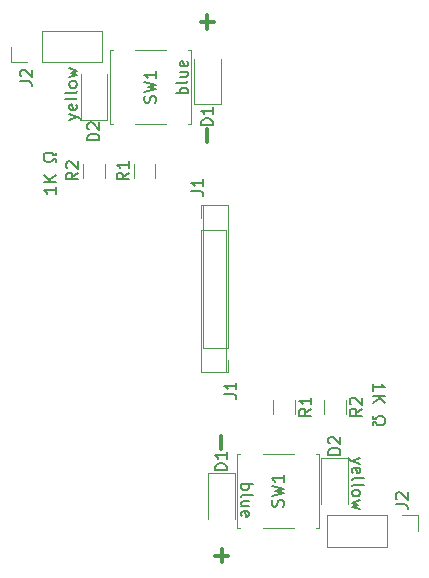
<source format=gbr>
G04 #@! TF.GenerationSoftware,KiCad,Pcbnew,(5.0.1)-4*
G04 #@! TF.CreationDate,2019-02-22T14:42:06+08:00*
G04 #@! TF.ProjectId,Xiaomi2Ali-Smart-Plug-WIFI-Module-Rev.B,5869616F6D6932416C692D536D617274,rev?*
G04 #@! TF.SameCoordinates,Original*
G04 #@! TF.FileFunction,Legend,Top*
G04 #@! TF.FilePolarity,Positive*
%FSLAX46Y46*%
G04 Gerber Fmt 4.6, Leading zero omitted, Abs format (unit mm)*
G04 Created by KiCad (PCBNEW (5.0.1)-4) date 2019/2/22 14:42:06*
%MOMM*%
%LPD*%
G01*
G04 APERTURE LIST*
%ADD10C,0.150000*%
%ADD11C,0.300000*%
%ADD12C,0.120000*%
G04 APERTURE END LIST*
D10*
X157347619Y-102133333D02*
X157347619Y-101561904D01*
X157347619Y-101847619D02*
X158347619Y-101847619D01*
X158204761Y-101752380D01*
X158109523Y-101657142D01*
X158061904Y-101561904D01*
X157347619Y-102561904D02*
X158347619Y-102561904D01*
X157347619Y-103133333D02*
X157919047Y-102704761D01*
X158347619Y-103133333D02*
X157776190Y-102561904D01*
X157347619Y-104276190D02*
X157347619Y-104514285D01*
X157538095Y-104514285D01*
X157585714Y-104419047D01*
X157680952Y-104323809D01*
X157823809Y-104276190D01*
X158061904Y-104276190D01*
X158204761Y-104323809D01*
X158300000Y-104419047D01*
X158347619Y-104561904D01*
X158347619Y-104752380D01*
X158300000Y-104895238D01*
X158204761Y-104990476D01*
X158061904Y-105038095D01*
X157823809Y-105038095D01*
X157680952Y-104990476D01*
X157585714Y-104895238D01*
X157538095Y-104800000D01*
X157347619Y-104800000D01*
X157347619Y-105038095D01*
X146147619Y-110042857D02*
X147147619Y-110042857D01*
X146766666Y-110042857D02*
X146814285Y-110138095D01*
X146814285Y-110328571D01*
X146766666Y-110423809D01*
X146719047Y-110471428D01*
X146623809Y-110519047D01*
X146338095Y-110519047D01*
X146242857Y-110471428D01*
X146195238Y-110423809D01*
X146147619Y-110328571D01*
X146147619Y-110138095D01*
X146195238Y-110042857D01*
X146147619Y-111090476D02*
X146195238Y-110995238D01*
X146290476Y-110947619D01*
X147147619Y-110947619D01*
X146814285Y-111900000D02*
X146147619Y-111900000D01*
X146814285Y-111471428D02*
X146290476Y-111471428D01*
X146195238Y-111519047D01*
X146147619Y-111614285D01*
X146147619Y-111757142D01*
X146195238Y-111852380D01*
X146242857Y-111900000D01*
X146195238Y-112757142D02*
X146147619Y-112661904D01*
X146147619Y-112471428D01*
X146195238Y-112376190D01*
X146290476Y-112328571D01*
X146671428Y-112328571D01*
X146766666Y-112376190D01*
X146814285Y-112471428D01*
X146814285Y-112661904D01*
X146766666Y-112757142D01*
X146671428Y-112804761D01*
X146576190Y-112804761D01*
X146480952Y-112328571D01*
D11*
X144492857Y-105928571D02*
X144492857Y-107071428D01*
D10*
X156214285Y-107833333D02*
X155547619Y-108071428D01*
X156214285Y-108309523D02*
X155547619Y-108071428D01*
X155309523Y-107976190D01*
X155261904Y-107928571D01*
X155214285Y-107833333D01*
X155595238Y-109071428D02*
X155547619Y-108976190D01*
X155547619Y-108785714D01*
X155595238Y-108690476D01*
X155690476Y-108642857D01*
X156071428Y-108642857D01*
X156166666Y-108690476D01*
X156214285Y-108785714D01*
X156214285Y-108976190D01*
X156166666Y-109071428D01*
X156071428Y-109119047D01*
X155976190Y-109119047D01*
X155880952Y-108642857D01*
X155547619Y-109690476D02*
X155595238Y-109595238D01*
X155690476Y-109547619D01*
X156547619Y-109547619D01*
X155547619Y-110214285D02*
X155595238Y-110119047D01*
X155690476Y-110071428D01*
X156547619Y-110071428D01*
X155547619Y-110738095D02*
X155595238Y-110642857D01*
X155642857Y-110595238D01*
X155738095Y-110547619D01*
X156023809Y-110547619D01*
X156119047Y-110595238D01*
X156166666Y-110642857D01*
X156214285Y-110738095D01*
X156214285Y-110880952D01*
X156166666Y-110976190D01*
X156119047Y-111023809D01*
X156023809Y-111071428D01*
X155738095Y-111071428D01*
X155642857Y-111023809D01*
X155595238Y-110976190D01*
X155547619Y-110880952D01*
X155547619Y-110738095D01*
X156214285Y-111404761D02*
X155547619Y-111595238D01*
X156023809Y-111785714D01*
X155547619Y-111976190D01*
X156214285Y-112166666D01*
D11*
X145071428Y-116092857D02*
X143928571Y-116092857D01*
X144500000Y-115521428D02*
X144500000Y-116664285D01*
D10*
X131585714Y-79166666D02*
X132252380Y-78928571D01*
X131585714Y-78690476D02*
X132252380Y-78928571D01*
X132490476Y-79023809D01*
X132538095Y-79071428D01*
X132585714Y-79166666D01*
X132204761Y-77928571D02*
X132252380Y-78023809D01*
X132252380Y-78214285D01*
X132204761Y-78309523D01*
X132109523Y-78357142D01*
X131728571Y-78357142D01*
X131633333Y-78309523D01*
X131585714Y-78214285D01*
X131585714Y-78023809D01*
X131633333Y-77928571D01*
X131728571Y-77880952D01*
X131823809Y-77880952D01*
X131919047Y-78357142D01*
X132252380Y-77309523D02*
X132204761Y-77404761D01*
X132109523Y-77452380D01*
X131252380Y-77452380D01*
X132252380Y-76785714D02*
X132204761Y-76880952D01*
X132109523Y-76928571D01*
X131252380Y-76928571D01*
X132252380Y-76261904D02*
X132204761Y-76357142D01*
X132157142Y-76404761D01*
X132061904Y-76452380D01*
X131776190Y-76452380D01*
X131680952Y-76404761D01*
X131633333Y-76357142D01*
X131585714Y-76261904D01*
X131585714Y-76119047D01*
X131633333Y-76023809D01*
X131680952Y-75976190D01*
X131776190Y-75928571D01*
X132061904Y-75928571D01*
X132157142Y-75976190D01*
X132204761Y-76023809D01*
X132252380Y-76119047D01*
X132252380Y-76261904D01*
X131585714Y-75595238D02*
X132252380Y-75404761D01*
X131776190Y-75214285D01*
X132252380Y-75023809D01*
X131585714Y-74833333D01*
X141652380Y-76957142D02*
X140652380Y-76957142D01*
X141033333Y-76957142D02*
X140985714Y-76861904D01*
X140985714Y-76671428D01*
X141033333Y-76576190D01*
X141080952Y-76528571D01*
X141176190Y-76480952D01*
X141461904Y-76480952D01*
X141557142Y-76528571D01*
X141604761Y-76576190D01*
X141652380Y-76671428D01*
X141652380Y-76861904D01*
X141604761Y-76957142D01*
X141652380Y-75909523D02*
X141604761Y-76004761D01*
X141509523Y-76052380D01*
X140652380Y-76052380D01*
X140985714Y-75100000D02*
X141652380Y-75100000D01*
X140985714Y-75528571D02*
X141509523Y-75528571D01*
X141604761Y-75480952D01*
X141652380Y-75385714D01*
X141652380Y-75242857D01*
X141604761Y-75147619D01*
X141557142Y-75100000D01*
X141604761Y-74242857D02*
X141652380Y-74338095D01*
X141652380Y-74528571D01*
X141604761Y-74623809D01*
X141509523Y-74671428D01*
X141128571Y-74671428D01*
X141033333Y-74623809D01*
X140985714Y-74528571D01*
X140985714Y-74338095D01*
X141033333Y-74242857D01*
X141128571Y-74195238D01*
X141223809Y-74195238D01*
X141319047Y-74671428D01*
X130452380Y-84866666D02*
X130452380Y-85438095D01*
X130452380Y-85152380D02*
X129452380Y-85152380D01*
X129595238Y-85247619D01*
X129690476Y-85342857D01*
X129738095Y-85438095D01*
X130452380Y-84438095D02*
X129452380Y-84438095D01*
X130452380Y-83866666D02*
X129880952Y-84295238D01*
X129452380Y-83866666D02*
X130023809Y-84438095D01*
X130452380Y-82723809D02*
X130452380Y-82485714D01*
X130261904Y-82485714D01*
X130214285Y-82580952D01*
X130119047Y-82676190D01*
X129976190Y-82723809D01*
X129738095Y-82723809D01*
X129595238Y-82676190D01*
X129500000Y-82580952D01*
X129452380Y-82438095D01*
X129452380Y-82247619D01*
X129500000Y-82104761D01*
X129595238Y-82009523D01*
X129738095Y-81961904D01*
X129976190Y-81961904D01*
X130119047Y-82009523D01*
X130214285Y-82104761D01*
X130261904Y-82200000D01*
X130452380Y-82200000D01*
X130452380Y-81961904D01*
D11*
X142728571Y-70907142D02*
X143871428Y-70907142D01*
X143300000Y-71478571D02*
X143300000Y-70335714D01*
X143307142Y-81071428D02*
X143307142Y-79928571D01*
D12*
G04 #@! TO.C,J1*
X145060000Y-100560000D02*
X144000000Y-100560000D01*
X145060000Y-99500000D02*
X145060000Y-100560000D01*
X145060000Y-98500000D02*
X142940000Y-98500000D01*
X142940000Y-98500000D02*
X142940000Y-86440000D01*
X145060000Y-98500000D02*
X145060000Y-86440000D01*
X145060000Y-86440000D02*
X142940000Y-86440000D01*
G04 #@! TO.C,R2*
X155010000Y-102897936D02*
X155010000Y-104102064D01*
X153190000Y-102897936D02*
X153190000Y-104102064D01*
G04 #@! TO.C,SW1*
X150600000Y-113750000D02*
X148000000Y-113750000D01*
X145850000Y-107450000D02*
X146100000Y-107450000D01*
X145850000Y-113750000D02*
X145850000Y-107450000D01*
X146100000Y-113750000D02*
X145850000Y-113750000D01*
X148000000Y-107450000D02*
X150600000Y-107450000D01*
X152750000Y-113750000D02*
X152500000Y-113750000D01*
X152750000Y-107450000D02*
X152750000Y-113750000D01*
X152500000Y-107450000D02*
X152750000Y-107450000D01*
G04 #@! TO.C,R1*
X148890000Y-102897936D02*
X148890000Y-104102064D01*
X150710000Y-102897936D02*
X150710000Y-104102064D01*
G04 #@! TO.C,J2*
X161130000Y-112670000D02*
X161130000Y-114000000D01*
X159800000Y-112670000D02*
X161130000Y-112670000D01*
X158530000Y-112670000D02*
X158530000Y-115330000D01*
X158530000Y-115330000D02*
X153390000Y-115330000D01*
X158530000Y-112670000D02*
X153390000Y-112670000D01*
X153390000Y-112670000D02*
X153390000Y-115330000D01*
G04 #@! TO.C,D2*
X155235000Y-111700000D02*
X155235000Y-107815000D01*
X155235000Y-107815000D02*
X152965000Y-107815000D01*
X152965000Y-107815000D02*
X152965000Y-111700000D01*
G04 #@! TO.C,D1*
X143365000Y-109115000D02*
X143365000Y-113000000D01*
X145635000Y-109115000D02*
X143365000Y-109115000D01*
X145635000Y-113000000D02*
X145635000Y-109115000D01*
G04 #@! TO.C,SW1*
X135300000Y-79550000D02*
X135050000Y-79550000D01*
X135050000Y-79550000D02*
X135050000Y-73250000D01*
X135050000Y-73250000D02*
X135300000Y-73250000D01*
X139800000Y-79550000D02*
X137200000Y-79550000D01*
X141700000Y-73250000D02*
X141950000Y-73250000D01*
X141950000Y-73250000D02*
X141950000Y-79550000D01*
X141950000Y-79550000D02*
X141700000Y-79550000D01*
X137200000Y-73250000D02*
X139800000Y-73250000D01*
G04 #@! TO.C,D1*
X142165000Y-74000000D02*
X142165000Y-77885000D01*
X142165000Y-77885000D02*
X144435000Y-77885000D01*
X144435000Y-77885000D02*
X144435000Y-74000000D01*
G04 #@! TO.C,D2*
X134835000Y-79185000D02*
X134835000Y-75300000D01*
X132565000Y-79185000D02*
X134835000Y-79185000D01*
X132565000Y-75300000D02*
X132565000Y-79185000D01*
G04 #@! TO.C,J2*
X134410000Y-74330000D02*
X134410000Y-71670000D01*
X129270000Y-74330000D02*
X134410000Y-74330000D01*
X129270000Y-71670000D02*
X134410000Y-71670000D01*
X129270000Y-74330000D02*
X129270000Y-71670000D01*
X128000000Y-74330000D02*
X126670000Y-74330000D01*
X126670000Y-74330000D02*
X126670000Y-73000000D01*
G04 #@! TO.C,R1*
X137090000Y-84102064D02*
X137090000Y-82897936D01*
X138910000Y-84102064D02*
X138910000Y-82897936D01*
G04 #@! TO.C,R2*
X134610000Y-84102064D02*
X134610000Y-82897936D01*
X132790000Y-84102064D02*
X132790000Y-82897936D01*
G04 #@! TO.C,J1*
X142740000Y-100560000D02*
X144860000Y-100560000D01*
X142740000Y-88500000D02*
X142740000Y-100560000D01*
X144860000Y-88500000D02*
X144860000Y-100560000D01*
X142740000Y-88500000D02*
X144860000Y-88500000D01*
X142740000Y-87500000D02*
X142740000Y-86440000D01*
X142740000Y-86440000D02*
X143800000Y-86440000D01*
D10*
X144752380Y-102433333D02*
X145466666Y-102433333D01*
X145609523Y-102480952D01*
X145704761Y-102576190D01*
X145752380Y-102719047D01*
X145752380Y-102814285D01*
X145752380Y-101433333D02*
X145752380Y-102004761D01*
X145752380Y-101719047D02*
X144752380Y-101719047D01*
X144895238Y-101814285D01*
X144990476Y-101909523D01*
X145038095Y-102004761D01*
G04 #@! TO.C,R2*
X156372380Y-103666666D02*
X155896190Y-104000000D01*
X156372380Y-104238095D02*
X155372380Y-104238095D01*
X155372380Y-103857142D01*
X155420000Y-103761904D01*
X155467619Y-103714285D01*
X155562857Y-103666666D01*
X155705714Y-103666666D01*
X155800952Y-103714285D01*
X155848571Y-103761904D01*
X155896190Y-103857142D01*
X155896190Y-104238095D01*
X155467619Y-103285714D02*
X155420000Y-103238095D01*
X155372380Y-103142857D01*
X155372380Y-102904761D01*
X155420000Y-102809523D01*
X155467619Y-102761904D01*
X155562857Y-102714285D01*
X155658095Y-102714285D01*
X155800952Y-102761904D01*
X156372380Y-103333333D01*
X156372380Y-102714285D01*
G04 #@! TO.C,SW1*
X149704761Y-111933333D02*
X149752380Y-111790476D01*
X149752380Y-111552380D01*
X149704761Y-111457142D01*
X149657142Y-111409523D01*
X149561904Y-111361904D01*
X149466666Y-111361904D01*
X149371428Y-111409523D01*
X149323809Y-111457142D01*
X149276190Y-111552380D01*
X149228571Y-111742857D01*
X149180952Y-111838095D01*
X149133333Y-111885714D01*
X149038095Y-111933333D01*
X148942857Y-111933333D01*
X148847619Y-111885714D01*
X148800000Y-111838095D01*
X148752380Y-111742857D01*
X148752380Y-111504761D01*
X148800000Y-111361904D01*
X148752380Y-111028571D02*
X149752380Y-110790476D01*
X149038095Y-110600000D01*
X149752380Y-110409523D01*
X148752380Y-110171428D01*
X149752380Y-109266666D02*
X149752380Y-109838095D01*
X149752380Y-109552380D02*
X148752380Y-109552380D01*
X148895238Y-109647619D01*
X148990476Y-109742857D01*
X149038095Y-109838095D01*
G04 #@! TO.C,R1*
X152072380Y-103666666D02*
X151596190Y-104000000D01*
X152072380Y-104238095D02*
X151072380Y-104238095D01*
X151072380Y-103857142D01*
X151120000Y-103761904D01*
X151167619Y-103714285D01*
X151262857Y-103666666D01*
X151405714Y-103666666D01*
X151500952Y-103714285D01*
X151548571Y-103761904D01*
X151596190Y-103857142D01*
X151596190Y-104238095D01*
X152072380Y-102714285D02*
X152072380Y-103285714D01*
X152072380Y-103000000D02*
X151072380Y-103000000D01*
X151215238Y-103095238D01*
X151310476Y-103190476D01*
X151358095Y-103285714D01*
G04 #@! TO.C,J2*
X159252380Y-111733333D02*
X159966666Y-111733333D01*
X160109523Y-111780952D01*
X160204761Y-111876190D01*
X160252380Y-112019047D01*
X160252380Y-112114285D01*
X159347619Y-111304761D02*
X159300000Y-111257142D01*
X159252380Y-111161904D01*
X159252380Y-110923809D01*
X159300000Y-110828571D01*
X159347619Y-110780952D01*
X159442857Y-110733333D01*
X159538095Y-110733333D01*
X159680952Y-110780952D01*
X160252380Y-111352380D01*
X160252380Y-110733333D01*
G04 #@! TO.C,D2*
X154552380Y-107538095D02*
X153552380Y-107538095D01*
X153552380Y-107300000D01*
X153600000Y-107157142D01*
X153695238Y-107061904D01*
X153790476Y-107014285D01*
X153980952Y-106966666D01*
X154123809Y-106966666D01*
X154314285Y-107014285D01*
X154409523Y-107061904D01*
X154504761Y-107157142D01*
X154552380Y-107300000D01*
X154552380Y-107538095D01*
X153647619Y-106585714D02*
X153600000Y-106538095D01*
X153552380Y-106442857D01*
X153552380Y-106204761D01*
X153600000Y-106109523D01*
X153647619Y-106061904D01*
X153742857Y-106014285D01*
X153838095Y-106014285D01*
X153980952Y-106061904D01*
X154552380Y-106633333D01*
X154552380Y-106014285D01*
G04 #@! TO.C,D1*
X144952380Y-108838095D02*
X143952380Y-108838095D01*
X143952380Y-108600000D01*
X144000000Y-108457142D01*
X144095238Y-108361904D01*
X144190476Y-108314285D01*
X144380952Y-108266666D01*
X144523809Y-108266666D01*
X144714285Y-108314285D01*
X144809523Y-108361904D01*
X144904761Y-108457142D01*
X144952380Y-108600000D01*
X144952380Y-108838095D01*
X144952380Y-107314285D02*
X144952380Y-107885714D01*
X144952380Y-107600000D02*
X143952380Y-107600000D01*
X144095238Y-107695238D01*
X144190476Y-107790476D01*
X144238095Y-107885714D01*
G04 #@! TO.C,SW1*
X138904761Y-77733333D02*
X138952380Y-77590476D01*
X138952380Y-77352380D01*
X138904761Y-77257142D01*
X138857142Y-77209523D01*
X138761904Y-77161904D01*
X138666666Y-77161904D01*
X138571428Y-77209523D01*
X138523809Y-77257142D01*
X138476190Y-77352380D01*
X138428571Y-77542857D01*
X138380952Y-77638095D01*
X138333333Y-77685714D01*
X138238095Y-77733333D01*
X138142857Y-77733333D01*
X138047619Y-77685714D01*
X138000000Y-77638095D01*
X137952380Y-77542857D01*
X137952380Y-77304761D01*
X138000000Y-77161904D01*
X137952380Y-76828571D02*
X138952380Y-76590476D01*
X138238095Y-76400000D01*
X138952380Y-76209523D01*
X137952380Y-75971428D01*
X138952380Y-75066666D02*
X138952380Y-75638095D01*
X138952380Y-75352380D02*
X137952380Y-75352380D01*
X138095238Y-75447619D01*
X138190476Y-75542857D01*
X138238095Y-75638095D01*
G04 #@! TO.C,D1*
X143752380Y-79638095D02*
X142752380Y-79638095D01*
X142752380Y-79400000D01*
X142800000Y-79257142D01*
X142895238Y-79161904D01*
X142990476Y-79114285D01*
X143180952Y-79066666D01*
X143323809Y-79066666D01*
X143514285Y-79114285D01*
X143609523Y-79161904D01*
X143704761Y-79257142D01*
X143752380Y-79400000D01*
X143752380Y-79638095D01*
X143752380Y-78114285D02*
X143752380Y-78685714D01*
X143752380Y-78400000D02*
X142752380Y-78400000D01*
X142895238Y-78495238D01*
X142990476Y-78590476D01*
X143038095Y-78685714D01*
G04 #@! TO.C,D2*
X134152380Y-80938095D02*
X133152380Y-80938095D01*
X133152380Y-80700000D01*
X133200000Y-80557142D01*
X133295238Y-80461904D01*
X133390476Y-80414285D01*
X133580952Y-80366666D01*
X133723809Y-80366666D01*
X133914285Y-80414285D01*
X134009523Y-80461904D01*
X134104761Y-80557142D01*
X134152380Y-80700000D01*
X134152380Y-80938095D01*
X133247619Y-79985714D02*
X133200000Y-79938095D01*
X133152380Y-79842857D01*
X133152380Y-79604761D01*
X133200000Y-79509523D01*
X133247619Y-79461904D01*
X133342857Y-79414285D01*
X133438095Y-79414285D01*
X133580952Y-79461904D01*
X134152380Y-80033333D01*
X134152380Y-79414285D01*
G04 #@! TO.C,J2*
X127452380Y-75933333D02*
X128166666Y-75933333D01*
X128309523Y-75980952D01*
X128404761Y-76076190D01*
X128452380Y-76219047D01*
X128452380Y-76314285D01*
X127547619Y-75504761D02*
X127500000Y-75457142D01*
X127452380Y-75361904D01*
X127452380Y-75123809D01*
X127500000Y-75028571D01*
X127547619Y-74980952D01*
X127642857Y-74933333D01*
X127738095Y-74933333D01*
X127880952Y-74980952D01*
X128452380Y-75552380D01*
X128452380Y-74933333D01*
G04 #@! TO.C,R1*
X136632380Y-83666666D02*
X136156190Y-84000000D01*
X136632380Y-84238095D02*
X135632380Y-84238095D01*
X135632380Y-83857142D01*
X135680000Y-83761904D01*
X135727619Y-83714285D01*
X135822857Y-83666666D01*
X135965714Y-83666666D01*
X136060952Y-83714285D01*
X136108571Y-83761904D01*
X136156190Y-83857142D01*
X136156190Y-84238095D01*
X136632380Y-82714285D02*
X136632380Y-83285714D01*
X136632380Y-83000000D02*
X135632380Y-83000000D01*
X135775238Y-83095238D01*
X135870476Y-83190476D01*
X135918095Y-83285714D01*
G04 #@! TO.C,R2*
X132332380Y-83666666D02*
X131856190Y-84000000D01*
X132332380Y-84238095D02*
X131332380Y-84238095D01*
X131332380Y-83857142D01*
X131380000Y-83761904D01*
X131427619Y-83714285D01*
X131522857Y-83666666D01*
X131665714Y-83666666D01*
X131760952Y-83714285D01*
X131808571Y-83761904D01*
X131856190Y-83857142D01*
X131856190Y-84238095D01*
X131427619Y-83285714D02*
X131380000Y-83238095D01*
X131332380Y-83142857D01*
X131332380Y-82904761D01*
X131380000Y-82809523D01*
X131427619Y-82761904D01*
X131522857Y-82714285D01*
X131618095Y-82714285D01*
X131760952Y-82761904D01*
X132332380Y-83333333D01*
X132332380Y-82714285D01*
G04 #@! TO.C,J1*
X141952380Y-85233333D02*
X142666666Y-85233333D01*
X142809523Y-85280952D01*
X142904761Y-85376190D01*
X142952380Y-85519047D01*
X142952380Y-85614285D01*
X142952380Y-84233333D02*
X142952380Y-84804761D01*
X142952380Y-84519047D02*
X141952380Y-84519047D01*
X142095238Y-84614285D01*
X142190476Y-84709523D01*
X142238095Y-84804761D01*
G04 #@! TD*
M02*

</source>
